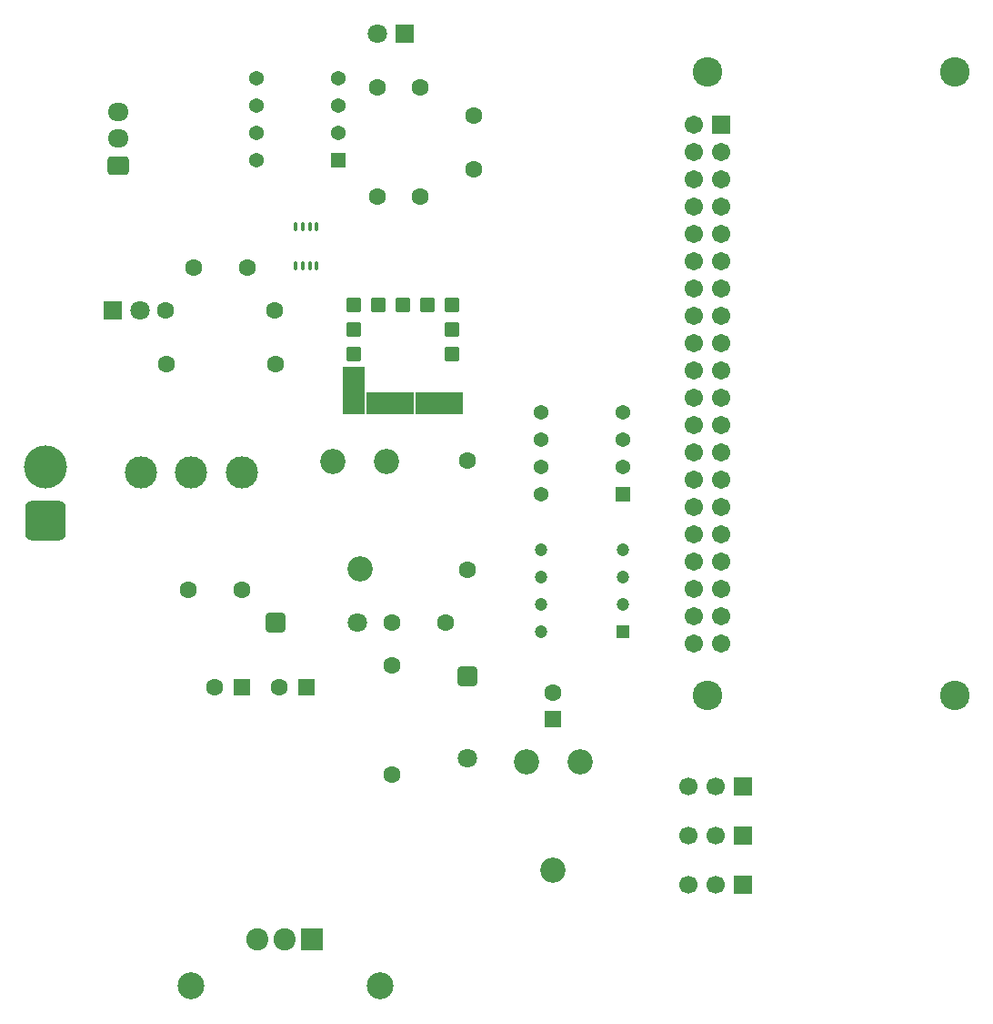
<source format=gbr>
%TF.GenerationSoftware,KiCad,Pcbnew,9.0.4*%
%TF.CreationDate,2025-09-08T14:57:01+09:00*%
%TF.ProjectId,Arm_Main,41726d5f-4d61-4696-9e2e-6b696361645f,rev?*%
%TF.SameCoordinates,Original*%
%TF.FileFunction,Soldermask,Top*%
%TF.FilePolarity,Negative*%
%FSLAX46Y46*%
G04 Gerber Fmt 4.6, Leading zero omitted, Abs format (unit mm)*
G04 Created by KiCad (PCBNEW 9.0.4) date 2025-09-08 14:57:01*
%MOMM*%
%LPD*%
G01*
G04 APERTURE LIST*
G04 Aperture macros list*
%AMRoundRect*
0 Rectangle with rounded corners*
0 $1 Rounding radius*
0 $2 $3 $4 $5 $6 $7 $8 $9 X,Y pos of 4 corners*
0 Add a 4 corners polygon primitive as box body*
4,1,4,$2,$3,$4,$5,$6,$7,$8,$9,$2,$3,0*
0 Add four circle primitives for the rounded corners*
1,1,$1+$1,$2,$3*
1,1,$1+$1,$4,$5*
1,1,$1+$1,$6,$7*
1,1,$1+$1,$8,$9*
0 Add four rect primitives between the rounded corners*
20,1,$1+$1,$2,$3,$4,$5,0*
20,1,$1+$1,$4,$5,$6,$7,0*
20,1,$1+$1,$6,$7,$8,$9,0*
20,1,$1+$1,$8,$9,$2,$3,0*%
G04 Aperture macros list end*
%ADD10C,1.600000*%
%ADD11C,2.340000*%
%ADD12R,1.700000X1.700000*%
%ADD13C,1.700000*%
%ADD14RoundRect,0.250000X0.550000X-0.550000X0.550000X0.550000X-0.550000X0.550000X-0.550000X-0.550000X0*%
%ADD15R,1.800000X1.800000*%
%ADD16C,1.800000*%
%ADD17RoundRect,0.250000X-0.650000X-0.650000X0.650000X-0.650000X0.650000X0.650000X-0.650000X0.650000X0*%
%ADD18RoundRect,0.250000X0.550000X0.550000X-0.550000X0.550000X-0.550000X-0.550000X0.550000X-0.550000X0*%
%ADD19R,1.371600X1.371600*%
%ADD20C,1.371600*%
%ADD21RoundRect,0.760000X1.140000X-1.140000X1.140000X1.140000X-1.140000X1.140000X-1.140000X-1.140000X0*%
%ADD22C,4.000000*%
%ADD23RoundRect,0.250000X-0.650000X0.650000X-0.650000X-0.650000X0.650000X-0.650000X0.650000X0.650000X0*%
%ADD24RoundRect,0.102000X0.930000X0.930000X-0.930000X0.930000X-0.930000X-0.930000X0.930000X-0.930000X0*%
%ADD25C,2.064000*%
%ADD26C,2.500000*%
%ADD27R,1.200000X1.200000*%
%ADD28C,1.200000*%
%ADD29RoundRect,0.250000X0.725000X-0.600000X0.725000X0.600000X-0.725000X0.600000X-0.725000X-0.600000X0*%
%ADD30O,1.950000X1.700000*%
%ADD31RoundRect,0.045000X0.105000X-0.355000X0.105000X0.355000X-0.105000X0.355000X-0.105000X-0.355000X0*%
%ADD32C,3.000000*%
%ADD33RoundRect,0.102000X0.571500X0.571500X-0.571500X0.571500X-0.571500X-0.571500X0.571500X-0.571500X0*%
%ADD34RoundRect,0.102000X2.095500X0.952500X-2.095500X0.952500X-2.095500X-0.952500X2.095500X-0.952500X0*%
%ADD35RoundRect,0.102000X0.952500X2.095500X-0.952500X2.095500X-0.952500X-2.095500X0.952500X-2.095500X0*%
%ADD36C,2.750000*%
%ADD37RoundRect,0.102000X-0.754000X0.754000X-0.754000X-0.754000X0.754000X-0.754000X0.754000X0.754000X0*%
%ADD38C,1.712000*%
G04 APERTURE END LIST*
D10*
%TO.C,C2*%
X124000000Y-62580000D03*
X124000000Y-57580000D03*
%TD*%
D11*
%TO.C,RV1*%
X110855000Y-89770000D03*
X113355000Y-99770000D03*
X115855000Y-89770000D03*
%TD*%
D10*
%TO.C,R5*%
X115000000Y-65160000D03*
X115000000Y-55000000D03*
%TD*%
D12*
%TO.C,J6*%
X149000000Y-129180000D03*
D13*
X146460000Y-129180000D03*
X143920000Y-129180000D03*
%TD*%
D14*
%TO.C,C5*%
X131350000Y-113770000D03*
D10*
X131350000Y-111270000D03*
%TD*%
%TO.C,R2*%
X119000000Y-65160000D03*
X119000000Y-55000000D03*
%TD*%
%TO.C,R3*%
X123350000Y-99850000D03*
X123350000Y-89690000D03*
%TD*%
D15*
%TO.C,D1*%
X90350000Y-75770000D03*
D16*
X92890000Y-75770000D03*
%TD*%
D17*
%TO.C,D3*%
X105540000Y-104770000D03*
D16*
X113160000Y-104770000D03*
%TD*%
D10*
%TO.C,C6*%
X116350000Y-104770000D03*
X121350000Y-104770000D03*
%TD*%
D11*
%TO.C,RV2*%
X128855000Y-117770000D03*
X131355000Y-127770000D03*
X133855000Y-117770000D03*
%TD*%
D18*
%TO.C,C4*%
X102350000Y-110770000D03*
D10*
X99850000Y-110770000D03*
%TD*%
%TO.C,C3*%
X102350000Y-101770000D03*
X97350000Y-101770000D03*
%TD*%
D19*
%TO.C,U2*%
X111350000Y-61770000D03*
D20*
X111350000Y-59230000D03*
X111350000Y-56690000D03*
X111350000Y-54150000D03*
X103730000Y-54150000D03*
X103730000Y-56690000D03*
X103730000Y-59230000D03*
X103730000Y-61770000D03*
%TD*%
D21*
%TO.C,J2*%
X84050000Y-95270000D03*
D22*
X84050000Y-90270000D03*
%TD*%
D12*
%TO.C,J4*%
X149000000Y-120000000D03*
D13*
X146460000Y-120000000D03*
X143920000Y-120000000D03*
%TD*%
D23*
%TO.C,D4*%
X123350000Y-109770000D03*
D16*
X123350000Y-117390000D03*
%TD*%
D15*
%TO.C,D2*%
X117500000Y-50000000D03*
D16*
X114960000Y-50000000D03*
%TD*%
D10*
%TO.C,R4*%
X105430000Y-75770000D03*
X95270000Y-75770000D03*
%TD*%
%TO.C,C1*%
X102850000Y-71770000D03*
X97850000Y-71770000D03*
%TD*%
D24*
%TO.C,VR1*%
X108890000Y-134260000D03*
D25*
X106350000Y-134260000D03*
X103810000Y-134260000D03*
%TD*%
D26*
%TO.C,HS1*%
X115200000Y-138600000D03*
X97600000Y-138600000D03*
%TD*%
D12*
%TO.C,J5*%
X149000000Y-124590000D03*
D13*
X146460000Y-124590000D03*
X143920000Y-124590000D03*
%TD*%
D19*
%TO.C,U3*%
X137810000Y-92810000D03*
D20*
X137810000Y-90270000D03*
X137810000Y-87730000D03*
X137810000Y-85190000D03*
X130190000Y-85190000D03*
X130190000Y-87730000D03*
X130190000Y-90270000D03*
X130190000Y-92810000D03*
%TD*%
D27*
%TO.C,IC1*%
X137810000Y-105620000D03*
D28*
X137810000Y-103080000D03*
X137810000Y-100540000D03*
X137810000Y-98000000D03*
X130190000Y-98000000D03*
X130190000Y-100540000D03*
X130190000Y-103080000D03*
X130190000Y-105620000D03*
%TD*%
D18*
%TO.C,C7*%
X108350000Y-110770000D03*
D10*
X105850000Y-110770000D03*
%TD*%
%TO.C,R1*%
X105510000Y-80770000D03*
X95350000Y-80770000D03*
%TD*%
D29*
%TO.C,J1*%
X90825000Y-62270000D03*
D30*
X90825000Y-59770000D03*
X90825000Y-57270000D03*
%TD*%
D10*
%TO.C,R6*%
X116350000Y-118930000D03*
X116350000Y-108770000D03*
%TD*%
D31*
%TO.C,SB1*%
X107400000Y-71620000D03*
X108050000Y-71620000D03*
X108700000Y-71620000D03*
X109350000Y-71620000D03*
X109350000Y-67920000D03*
X108700000Y-67920000D03*
X108050000Y-67920000D03*
X107400000Y-67920000D03*
%TD*%
D32*
%TO.C,SW2*%
X102350000Y-90770000D03*
X97650000Y-90770000D03*
X92950000Y-90770000D03*
%TD*%
D33*
%TO.C,MD1*%
X121922000Y-79770000D03*
D34*
X120779000Y-84342000D03*
X116207000Y-84342000D03*
D35*
X112778000Y-83199000D03*
D33*
X112778000Y-79770000D03*
X112778000Y-75198000D03*
X117350000Y-75198000D03*
X119636000Y-75198000D03*
X121922000Y-75198000D03*
X121922000Y-77484000D03*
X112778000Y-77484000D03*
X115064000Y-75198000D03*
%TD*%
D36*
%TO.C,U1*%
X168730000Y-53590000D03*
X145730000Y-53590000D03*
X168730000Y-111590000D03*
X145730000Y-111590000D03*
D37*
X147000000Y-58460000D03*
D38*
X144460000Y-58460000D03*
X147000000Y-61000000D03*
X144460000Y-61000000D03*
X147000000Y-63540000D03*
X144460000Y-63540000D03*
X147000000Y-66080000D03*
X144460000Y-66080000D03*
X147000000Y-68620000D03*
X144460000Y-68620000D03*
X147000000Y-71160000D03*
X144460000Y-71160000D03*
X147000000Y-73700000D03*
X144460000Y-73700000D03*
X147000000Y-76240000D03*
X144460000Y-76240000D03*
X147000000Y-78780000D03*
X144460000Y-78780000D03*
X147000000Y-81320000D03*
X144460000Y-81320000D03*
X147000000Y-83860000D03*
X144460000Y-83860000D03*
X147000000Y-86400000D03*
X144460000Y-86400000D03*
X147000000Y-88940000D03*
X144460000Y-88940000D03*
X147000000Y-91480000D03*
X144460000Y-91480000D03*
X147000000Y-94020000D03*
X144460000Y-94020000D03*
X147000000Y-96560000D03*
X144460000Y-96560000D03*
X147000000Y-99100000D03*
X144460000Y-99100000D03*
X147000000Y-101640000D03*
X144460000Y-101640000D03*
X147000000Y-104180000D03*
X144460000Y-104180000D03*
X147000000Y-106720000D03*
X144460000Y-106720000D03*
%TD*%
M02*

</source>
